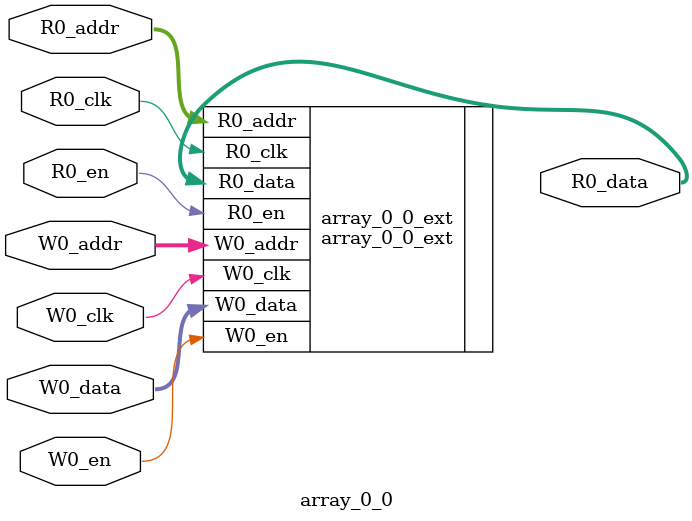
<source format=sv>
`ifndef RANDOMIZE
  `ifdef RANDOMIZE_MEM_INIT
    `define RANDOMIZE
  `endif // RANDOMIZE_MEM_INIT
`endif // not def RANDOMIZE
`ifndef RANDOMIZE
  `ifdef RANDOMIZE_REG_INIT
    `define RANDOMIZE
  `endif // RANDOMIZE_REG_INIT
`endif // not def RANDOMIZE

`ifndef RANDOM
  `define RANDOM $random
`endif // not def RANDOM

// Users can define INIT_RANDOM as general code that gets injected into the
// initializer block for modules with registers.
`ifndef INIT_RANDOM
  `define INIT_RANDOM
`endif // not def INIT_RANDOM

// If using random initialization, you can also define RANDOMIZE_DELAY to
// customize the delay used, otherwise 0.002 is used.
`ifndef RANDOMIZE_DELAY
  `define RANDOMIZE_DELAY 0.002
`endif // not def RANDOMIZE_DELAY

// Define INIT_RANDOM_PROLOG_ for use in our modules below.
`ifndef INIT_RANDOM_PROLOG_
  `ifdef RANDOMIZE
    `ifdef VERILATOR
      `define INIT_RANDOM_PROLOG_ `INIT_RANDOM
    `else  // VERILATOR
      `define INIT_RANDOM_PROLOG_ `INIT_RANDOM #`RANDOMIZE_DELAY begin end
    `endif // VERILATOR
  `else  // RANDOMIZE
    `define INIT_RANDOM_PROLOG_
  `endif // RANDOMIZE
`endif // not def INIT_RANDOM_PROLOG_

// Include register initializers in init blocks unless synthesis is set
`ifndef SYNTHESIS
  `ifndef ENABLE_INITIAL_REG_
    `define ENABLE_INITIAL_REG_
  `endif // not def ENABLE_INITIAL_REG_
`endif // not def SYNTHESIS

// Include rmemory initializers in init blocks unless synthesis is set
`ifndef SYNTHESIS
  `ifndef ENABLE_INITIAL_MEM_
    `define ENABLE_INITIAL_MEM_
  `endif // not def ENABLE_INITIAL_MEM_
`endif // not def SYNTHESIS

module array_0_0(
  input  [5:0]   R0_addr,
  input          R0_en,
  input          R0_clk,
  output [319:0] R0_data,
  input  [5:0]   W0_addr,
  input          W0_en,
  input          W0_clk,
  input  [319:0] W0_data
);

  array_0_0_ext array_0_0_ext (
    .R0_addr (R0_addr),
    .R0_en   (R0_en),
    .R0_clk  (R0_clk),
    .R0_data (R0_data),
    .W0_addr (W0_addr),
    .W0_en   (W0_en),
    .W0_clk  (W0_clk),
    .W0_data (W0_data)
  );
endmodule


</source>
